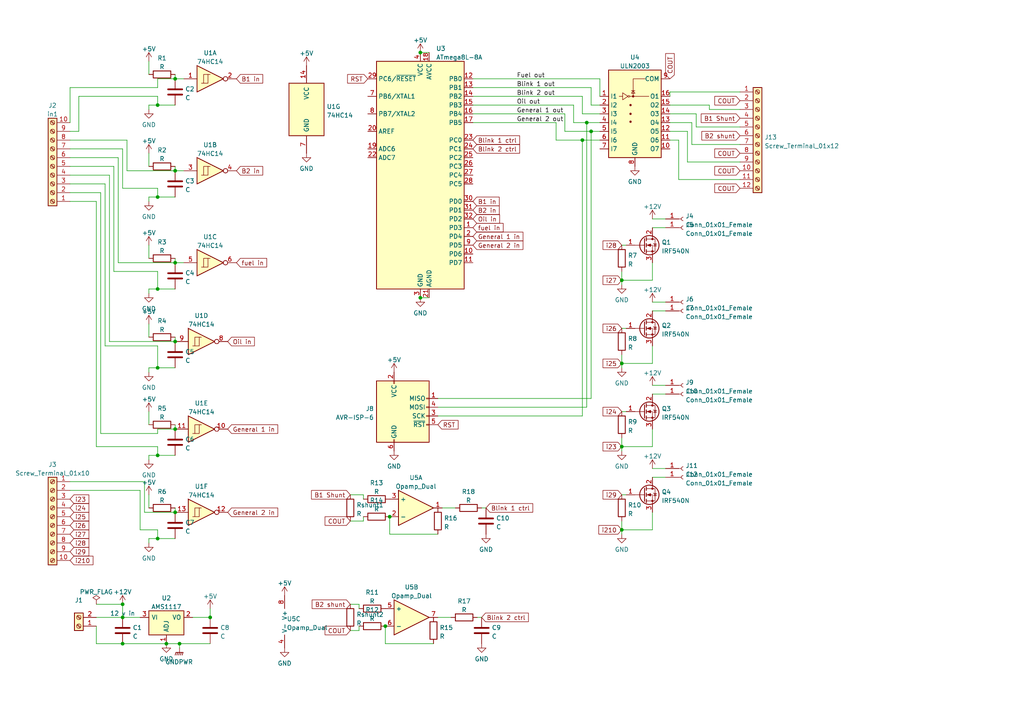
<source format=kicad_sch>
(kicad_sch (version 20211123) (generator eeschema)
  (paper "A4")
  (lib_symbols
    (symbol "74xx:74HC14" (pin_names (offset 1.016))
      (property "Reference" "U" (at 0 1.27 0))
      (property "Value" "74HC14" (at 0 -1.27 0))
      (symbol "74HC14_1_0"
        (pin input line (at -7.62 0 0) (length 3.81) (name "~") (number "1"))
        (pin output inverted (at 7.62 0 180) (length 3.81) (name "~") (number "2"))
      )
      (symbol "74HC14_2_0"
        (pin input line (at -7.62 0 0) (length 3.81) (name "~") (number "3"))
        (pin output inverted (at 7.62 0 180) (length 3.81) (name "~") (number "4"))
      )
      (symbol "74HC14_3_0"
        (pin input line (at -7.62 0 0) (length 3.81) (name "~") (number "5"))
        (pin output inverted (at 7.62 0 180) (length 3.81) (name "~") (number "6"))
      )
      (symbol "74HC14_4_0"
        (pin output inverted (at 7.62 0 180) (length 3.81) (name "~") (number "8"))
        (pin input line (at -7.62 0 0) (length 3.81) (name "~") (number "9"))
      )
      (symbol "74HC14_5_0"
        (pin output inverted (at 7.62 0 180) (length 3.81) (name "~") (number "10"))
        (pin input line (at -7.62 0 0) (length 3.81) (name "~") (number "11"))
      )
      (symbol "74HC14_6_0"
        (pin output inverted (at 7.62 0 180) (length 3.81) (name "~") (number "12"))
        (pin input line (at -7.62 0 0) (length 3.81) (name "~") (number "13"))
      )
      (symbol "74HC14_7_0"
        (pin power_in line (at 0 12.7 270) (length 5.08) (name "VCC") (number "14"))
        (pin power_in line (at 0 -12.7 90) (length 5.08) (name "GND") (number "7"))
      )
    )
    (symbol "Connector:AVR-ISP-6" (pin_names (offset 1.016))
      (property "Reference" "J" (at -6.35 11.43 0))
      (property "Value" "AVR-ISP-6" (at 0 11.43 0))
      (symbol "AVR-ISP-6_1_1"
        (pin passive line (at 10.16 5.08 180) (length 2.54) (name "MISO") (number "1"))
        (pin passive line (at -2.54 12.7 270) (length 2.54) (name "VCC") (number "2"))
        (pin passive line (at 10.16 0 180) (length 2.54) (name "SCK") (number "3"))
        (pin passive line (at 10.16 2.54 180) (length 2.54) (name "MOSI") (number "4"))
        (pin passive line (at 10.16 -2.54 180) (length 2.54) (name "~{RST}") (number "5"))
        (pin passive line (at -2.54 -10.16 90) (length 2.54) (name "GND") (number "6"))
      )
    )
    (symbol "Connector:Conn_01x01_Female" (pin_names (offset 1.016) hide)
      (property "Reference" "J" (at 0 2.54 0))
      (property "Value" "Conn_01x01_Female" (at 0 -2.54 0))
      (symbol "Conn_01x01_Female_1_1"
        (pin passive line (at -5.08 0 0) (length 3.81) (name "Pin_1") (number "1"))
      )
    )
    (symbol "Connector:Screw_Terminal_01x02" (pin_names (offset 1.016) hide)
      (property "Reference" "J" (at 0 2.54 0))
      (property "Value" "Screw_Terminal_01x02" (at 0 -5.08 0))
      (symbol "Screw_Terminal_01x02_1_1"
        (pin passive line (at -5.08 0 0) (length 3.81) (name "Pin_1") (number "1"))
        (pin passive line (at -5.08 -2.54 0) (length 3.81) (name "Pin_2") (number "2"))
      )
    )
    (symbol "Connector:Screw_Terminal_01x10" (pin_names (offset 1.016) hide)
      (property "Reference" "J" (at 0 12.7 0))
      (property "Value" "Screw_Terminal_01x10" (at 0 -15.24 0))
      (symbol "Screw_Terminal_01x10_1_1"
        (pin passive line (at -5.08 10.16 0) (length 3.81) (name "Pin_1") (number "1"))
        (pin passive line (at -5.08 -12.7 0) (length 3.81) (name "Pin_10") (number "10"))
        (pin passive line (at -5.08 7.62 0) (length 3.81) (name "Pin_2") (number "2"))
        (pin passive line (at -5.08 5.08 0) (length 3.81) (name "Pin_3") (number "3"))
        (pin passive line (at -5.08 2.54 0) (length 3.81) (name "Pin_4") (number "4"))
        (pin passive line (at -5.08 0 0) (length 3.81) (name "Pin_5") (number "5"))
        (pin passive line (at -5.08 -2.54 0) (length 3.81) (name "Pin_6") (number "6"))
        (pin passive line (at -5.08 -5.08 0) (length 3.81) (name "Pin_7") (number "7"))
        (pin passive line (at -5.08 -7.62 0) (length 3.81) (name "Pin_8") (number "8"))
        (pin passive line (at -5.08 -10.16 0) (length 3.81) (name "Pin_9") (number "9"))
      )
    )
    (symbol "Connector:Screw_Terminal_01x12" (pin_names (offset 1.016) hide)
      (property "Reference" "J" (at 0 15.24 0))
      (property "Value" "Screw_Terminal_01x12" (at 0 -17.78 0))
      (symbol "Screw_Terminal_01x12_1_1"
        (pin passive line (at -5.08 12.7 0) (length 3.81) (name "Pin_1") (number "1"))
        (pin passive line (at -5.08 -10.16 0) (length 3.81) (name "Pin_10") (number "10"))
        (pin passive line (at -5.08 -12.7 0) (length 3.81) (name "Pin_11") (number "11"))
        (pin passive line (at -5.08 -15.24 0) (length 3.81) (name "Pin_12") (number "12"))
        (pin passive line (at -5.08 10.16 0) (length 3.81) (name "Pin_2") (number "2"))
        (pin passive line (at -5.08 7.62 0) (length 3.81) (name "Pin_3") (number "3"))
        (pin passive line (at -5.08 5.08 0) (length 3.81) (name "Pin_4") (number "4"))
        (pin passive line (at -5.08 2.54 0) (length 3.81) (name "Pin_5") (number "5"))
        (pin passive line (at -5.08 0 0) (length 3.81) (name "Pin_6") (number "6"))
        (pin passive line (at -5.08 -2.54 0) (length 3.81) (name "Pin_7") (number "7"))
        (pin passive line (at -5.08 -5.08 0) (length 3.81) (name "Pin_8") (number "8"))
        (pin passive line (at -5.08 -7.62 0) (length 3.81) (name "Pin_9") (number "9"))
      )
    )
    (symbol "Device:C" (pin_numbers hide) (pin_names (offset 0.254))
      (property "Reference" "C" (at 0.635 2.54 0))
      (property "Value" "C" (at 0.635 -2.54 0))
      (symbol "C_1_1"
        (pin passive line (at 0 3.81 270) (length 2.794) (name "~") (number "1"))
        (pin passive line (at 0 -3.81 90) (length 2.794) (name "~") (number "2"))
      )
    )
    (symbol "Device:Opamp_Dual"
      (property "Reference" "U" (at 0 5.08 0))
      (property "Value" "Opamp_Dual" (at 0 -5.08 0))
      (symbol "Opamp_Dual_1_1"
        (pin output line (at 7.62 0 180) (length 2.54) (name "~") (number "1"))
        (pin input line (at -7.62 -2.54 0) (length 2.54) (name "-") (number "2"))
        (pin input line (at -7.62 2.54 0) (length 2.54) (name "+") (number "3"))
      )
      (symbol "Opamp_Dual_2_1"
        (pin input line (at -7.62 2.54 0) (length 2.54) (name "+") (number "5"))
        (pin input line (at -7.62 -2.54 0) (length 2.54) (name "-") (number "6"))
        (pin output line (at 7.62 0 180) (length 2.54) (name "~") (number "7"))
      )
      (symbol "Opamp_Dual_3_1"
        (pin power_in line (at -2.54 -7.62 90) (length 3.81) (name "V-") (number "4"))
        (pin power_in line (at -2.54 7.62 270) (length 3.81) (name "V+") (number "8"))
      )
    )
    (symbol "Device:R" (pin_numbers hide) (pin_names (offset 0))
      (property "Reference" "R" (at 2.032 0 90))
      (property "Value" "R" (at 0 0 90))
      (symbol "R_1_1"
        (pin passive line (at 0 3.81 270) (length 1.27) (name "~") (number "1"))
        (pin passive line (at 0 -3.81 90) (length 1.27) (name "~") (number "2"))
      )
    )
    (symbol "MCU_Microchip_ATmega:ATmega8L-8A"
      (property "Reference" "U" (at -12.7 34.29 0))
      (property "Value" "ATmega8L-8A" (at 5.08 -34.29 0))
      (symbol "ATmega8L-8A_1_1"
        (pin bidirectional line (at 15.24 -15.24 180) (length 2.54) (name "PD3") (number "1"))
        (pin bidirectional line (at 15.24 -22.86 180) (length 2.54) (name "PD6") (number "10"))
        (pin bidirectional line (at 15.24 -25.4 180) (length 2.54) (name "PD7") (number "11"))
        (pin bidirectional line (at 15.24 27.94 180) (length 2.54) (name "PB0") (number "12"))
        (pin bidirectional line (at 15.24 25.4 180) (length 2.54) (name "PB1") (number "13"))
        (pin bidirectional line (at 15.24 22.86 180) (length 2.54) (name "PB2") (number "14"))
        (pin bidirectional line (at 15.24 20.32 180) (length 2.54) (name "PB3") (number "15"))
        (pin bidirectional line (at 15.24 17.78 180) (length 2.54) (name "PB4") (number "16"))
        (pin bidirectional line (at 15.24 15.24 180) (length 2.54) (name "PB5") (number "17"))
        (pin power_in line (at 2.54 35.56 270) (length 2.54) (name "AVCC") (number "18"))
        (pin input line (at -15.24 7.62 0) (length 2.54) (name "ADC6") (number "19"))
        (pin bidirectional line (at 15.24 -17.78 180) (length 2.54) (name "PD4") (number "2"))
        (pin passive line (at -15.24 12.7 0) (length 2.54) (name "AREF") (number "20"))
        (pin power_in line (at 2.54 -35.56 90) (length 2.54) (name "AGND") (number "21"))
        (pin input line (at -15.24 5.08 0) (length 2.54) (name "ADC7") (number "22"))
        (pin bidirectional line (at 15.24 10.16 180) (length 2.54) (name "PC0") (number "23"))
        (pin bidirectional line (at 15.24 7.62 180) (length 2.54) (name "PC1") (number "24"))
        (pin bidirectional line (at 15.24 5.08 180) (length 2.54) (name "PC2") (number "25"))
        (pin bidirectional line (at 15.24 2.54 180) (length 2.54) (name "PC3") (number "26"))
        (pin bidirectional line (at 15.24 0 180) (length 2.54) (name "PC4") (number "27"))
        (pin bidirectional line (at 15.24 -2.54 180) (length 2.54) (name "PC5") (number "28"))
        (pin bidirectional line (at -15.24 27.94 0) (length 2.54) (name "PC6/~{RESET}") (number "29"))
        (pin power_in line (at 0 -35.56 90) (length 2.54) (name "GND") (number "3"))
        (pin bidirectional line (at 15.24 -7.62 180) (length 2.54) (name "PD0") (number "30"))
        (pin bidirectional line (at 15.24 -10.16 180) (length 2.54) (name "PD1") (number "31"))
        (pin bidirectional line (at 15.24 -12.7 180) (length 2.54) (name "PD2") (number "32"))
        (pin power_in line (at 0 35.56 270) (length 2.54) (name "VCC") (number "4"))
        (pin passive line (at 0 -35.56 90) (length 2.54) hide (name "GND") (number "5"))
        (pin passive line (at 0 35.56 270) (length 2.54) hide (name "VCC") (number "6"))
        (pin bidirectional line (at -15.24 22.86 0) (length 2.54) (name "PB6/XTAL1") (number "7"))
        (pin bidirectional line (at -15.24 17.78 0) (length 2.54) (name "PB7/XTAL2") (number "8"))
        (pin bidirectional line (at 15.24 -20.32 180) (length 2.54) (name "PD5") (number "9"))
      )
    )
    (symbol "Regulator_Linear:AMS1117" (pin_names (offset 0.762))
      (property "Reference" "U" (at -3.81 3.175 0))
      (property "Value" "AMS1117" (at 0 3.175 0))
      (symbol "AMS1117_1_1"
        (pin input line (at 0 -7.62 90) (length 2.54) (name "ADJ") (number "1"))
        (pin power_out line (at 7.62 0 180) (length 2.54) (name "VO") (number "2"))
        (pin power_in line (at -7.62 0 0) (length 2.54) (name "VI") (number "3"))
      )
    )
    (symbol "Transistor_Array:ULN2003"
      (property "Reference" "U" (at 0 15.875 0))
      (property "Value" "ULN2003" (at 0 13.97 0))
      (symbol "ULN2003_1_1"
        (pin input line (at -10.16 5.08 0) (length 2.54) (name "I1") (number "1"))
        (pin open_collector line (at 10.16 -10.16 180) (length 2.54) (name "O7") (number "10"))
        (pin open_collector line (at 10.16 -7.62 180) (length 2.54) (name "O6") (number "11"))
        (pin open_collector line (at 10.16 -5.08 180) (length 2.54) (name "O5") (number "12"))
        (pin open_collector line (at 10.16 -2.54 180) (length 2.54) (name "O4") (number "13"))
        (pin open_collector line (at 10.16 0 180) (length 2.54) (name "O3") (number "14"))
        (pin open_collector line (at 10.16 2.54 180) (length 2.54) (name "O2") (number "15"))
        (pin open_collector line (at 10.16 5.08 180) (length 2.54) (name "O1") (number "16"))
        (pin input line (at -10.16 2.54 0) (length 2.54) (name "I2") (number "2"))
        (pin input line (at -10.16 0 0) (length 2.54) (name "I3") (number "3"))
        (pin input line (at -10.16 -2.54 0) (length 2.54) (name "I4") (number "4"))
        (pin input line (at -10.16 -5.08 0) (length 2.54) (name "I5") (number "5"))
        (pin input line (at -10.16 -7.62 0) (length 2.54) (name "I6") (number "6"))
        (pin input line (at -10.16 -10.16 0) (length 2.54) (name "I7") (number "7"))
        (pin power_in line (at 0 -15.24 90) (length 2.54) (name "GND") (number "8"))
        (pin passive line (at 10.16 10.16 180) (length 2.54) (name "COM") (number "9"))
      )
    )
    (symbol "Transistor_FET:IRF540N" (pin_names hide)
      (property "Reference" "Q" (at 6.35 1.905 0))
      (property "Value" "IRF540N" (at 6.35 0 0))
      (symbol "IRF540N_1_1"
        (pin input line (at -5.08 0 0) (length 2.54) (name "G") (number "1"))
        (pin passive line (at 2.54 5.08 270) (length 2.54) (name "D") (number "2"))
        (pin passive line (at 2.54 -5.08 90) (length 2.54) (name "S") (number "3"))
      )
    )
    (symbol "power:+12V" (power) (pin_names (offset 0))
      (property "Value" "+12V" (at 0 3.556 0))
      (symbol "+12V_1_1"
        (pin power_in line (at 0 0 90) (length 0) hide (name "+12V") (number "1"))
      )
    )
    (symbol "power:+5V" (power) (pin_names (offset 0))
      (property "Value" "+5V" (at 0 3.556 0))
      (symbol "+5V_1_1"
        (pin power_in line (at 0 0 90) (length 0) hide (name "+5V") (number "1"))
      )
    )
    (symbol "power:GND" (power) (pin_names (offset 0))
      (property "Value" "GND" (at 0 -3.81 0))
      (symbol "GND_1_1"
        (pin power_in line (at 0 0 270) (length 0) hide (name "GND") (number "1"))
      )
    )
    (symbol "power:GNDPWR" (power) (pin_names (offset 0))
      (property "Value" "GNDPWR" (at 0 -3.302 0))
      (symbol "GNDPWR_1_1"
        (pin power_in line (at 0 0 270) (length 0) hide (name "GNDPWR") (number "1"))
      )
    )
    (symbol "power:PWR_FLAG" (power) (pin_numbers hide) (pin_names (offset 0) hide)
      (property "Value" "PWR_FLAG" (at 0 3.81 0))
      (symbol "PWR_FLAG_0_0"
        (pin power_out line (at 0 0 90) (length 0) (name "pwr") (number "1"))
      )
    )
  )
  (junction (at 45.72 106.68))
  (junction (at 35.56 175.26))
  (junction (at 180.34 105.41))
  (junction (at 180.34 153.67))
  (junction (at 52.07 186.69))
  (junction (at 168.91 40.64))
  (junction (at 171.45 38.1))
  (junction (at 121.92 86.36))
  (junction (at 35.56 186.69))
  (junction (at 50.8 124.46))
  (junction (at 45.72 57.15))
  (junction (at 60.96 179.07))
  (junction (at 121.92 15.24))
  (junction (at 50.8 148.59))
  (junction (at 45.72 30.48))
  (junction (at 35.56 179.07))
  (junction (at 111.76 181.61))
  (junction (at 50.8 22.86))
  (junction (at 45.72 83.82))
  (junction (at 50.8 76.2))
  (junction (at 50.8 99.06))
  (junction (at 45.72 132.08))
  (junction (at 45.72 156.21))
  (junction (at 170.18 35.56))
  (junction (at 113.03 149.86))
  (junction (at 50.8 49.53))
  (junction (at 180.34 81.28))
  (junction (at 180.34 129.54))
  (junction (at 48.26 186.69))
  (wire (pts (xy 31.75 99.06) (xy 31.75 50.8)))
  (wire (pts (xy 40.64 142.24) (xy 40.64 153.67)))
  (wire (pts (xy 45.72 78.74) (xy 45.72 83.82)))
  (wire (pts (xy 101.6 175.26) (xy 104.14 175.26)))
  (wire (pts (xy 104.14 175.26) (xy 104.14 176.53)))
  (wire (pts (xy 137.16 22.86) (xy 173.99 22.86)))
  (wire (pts (xy 105.41 143.51) (xy 105.41 144.78)))
  (wire (pts (xy 27.94 186.69) (xy 35.56 186.69)))
  (wire (pts (xy 45.72 156.21) (xy 50.8 156.21)))
  (wire (pts (xy 171.45 25.4) (xy 171.45 30.48)))
  (wire (pts (xy 45.72 125.73) (xy 45.72 124.46)))
  (wire (pts (xy 189.23 105.41) (xy 189.23 100.33)))
  (wire (pts (xy 194.31 30.48) (xy 205.74 30.48)))
  (wire (pts (xy 43.18 31.75) (xy 43.18 30.48)))
  (wire (pts (xy 43.18 133.35) (xy 43.18 132.08)))
  (wire (pts (xy 40.64 153.67) (xy 45.72 153.67)))
  (wire (pts (xy 127 120.65) (xy 168.91 120.65)))
  (wire (pts (xy 180.34 105.41) (xy 189.23 105.41)))
  (wire (pts (xy 45.72 25.4) (xy 20.32 25.4)))
  (wire (pts (xy 20.32 48.26) (xy 33.02 48.26)))
  (wire (pts (xy 166.37 30.48) (xy 166.37 35.56)))
  (wire (pts (xy 31.75 99.06) (xy 50.8 99.06)))
  (wire (pts (xy 111.76 186.69) (xy 125.73 186.69)))
  (wire (pts (xy 29.21 55.88) (xy 20.32 55.88)))
  (wire (pts (xy 50.8 147.32) (xy 50.8 148.59)))
  (wire (pts (xy 199.39 46.99) (xy 214.63 46.99)))
  (wire (pts (xy 189.23 87.63) (xy 193.04 87.63)))
  (wire (pts (xy 194.31 27.94) (xy 194.31 26.67)))
  (wire (pts (xy 45.72 27.94) (xy 45.72 30.48)))
  (wire (pts (xy 45.72 124.46) (xy 50.8 124.46)))
  (wire (pts (xy 189.23 129.54) (xy 189.23 124.46)))
  (wire (pts (xy 127 115.57) (xy 171.45 115.57)))
  (wire (pts (xy 171.45 38.1) (xy 173.99 38.1)))
  (wire (pts (xy 31.75 50.8) (xy 20.32 50.8)))
  (wire (pts (xy 180.34 127) (xy 180.34 129.54)))
  (wire (pts (xy 194.31 35.56) (xy 200.66 35.56)))
  (wire (pts (xy 60.96 176.53) (xy 60.96 179.07)))
  (wire (pts (xy 45.72 25.4) (xy 45.72 22.86)))
  (wire (pts (xy 168.91 27.94) (xy 168.91 33.02)))
  (wire (pts (xy 36.83 49.53) (xy 36.83 40.64)))
  (wire (pts (xy 50.8 21.59) (xy 50.8 22.86)))
  (wire (pts (xy 180.34 71.12) (xy 181.61 71.12)))
  (wire (pts (xy 45.72 125.73) (xy 29.21 125.73)))
  (wire (pts (xy 35.56 43.18) (xy 35.56 54.61)))
  (wire (pts (xy 29.21 125.73) (xy 29.21 55.88)))
  (wire (pts (xy 43.18 44.45) (xy 43.18 48.26)))
  (wire (pts (xy 189.23 138.43) (xy 193.04 138.43)))
  (wire (pts (xy 194.31 33.02) (xy 201.93 33.02)))
  (wire (pts (xy 189.23 153.67) (xy 189.23 148.59)))
  (wire (pts (xy 20.32 139.7) (xy 41.91 139.7)))
  (wire (pts (xy 194.31 40.64) (xy 196.85 40.64)))
  (wire (pts (xy 111.76 181.61) (xy 111.76 186.69)))
  (wire (pts (xy 34.29 76.2) (xy 34.29 45.72)))
  (wire (pts (xy 41.91 148.59) (xy 50.8 148.59)))
  (wire (pts (xy 52.07 186.69) (xy 60.96 186.69)))
  (wire (pts (xy 45.72 57.15) (xy 50.8 57.15)))
  (wire (pts (xy 101.6 182.88) (xy 104.14 182.88)))
  (wire (pts (xy 43.18 58.42) (xy 43.18 57.15)))
  (wire (pts (xy 101.6 143.51) (xy 105.41 143.51)))
  (wire (pts (xy 43.18 83.82) (xy 45.72 83.82)))
  (wire (pts (xy 50.8 49.53) (xy 53.34 49.53)))
  (wire (pts (xy 20.32 142.24) (xy 40.64 142.24)))
  (wire (pts (xy 127 179.07) (xy 130.81 179.07)))
  (wire (pts (xy 43.18 57.15) (xy 45.72 57.15)))
  (wire (pts (xy 113.03 149.86) (xy 113.03 154.94)))
  (wire (pts (xy 45.72 106.68) (xy 50.8 106.68)))
  (wire (pts (xy 180.34 129.54) (xy 180.34 130.81)))
  (wire (pts (xy 105.41 151.13) (xy 105.41 149.86)))
  (wire (pts (xy 45.72 22.86) (xy 50.8 22.86)))
  (wire (pts (xy 180.34 81.28) (xy 189.23 81.28)))
  (wire (pts (xy 205.74 30.48) (xy 205.74 31.75)))
  (wire (pts (xy 50.8 76.2) (xy 53.34 76.2)))
  (wire (pts (xy 27.94 175.26) (xy 35.56 175.26)))
  (wire (pts (xy 45.72 153.67) (xy 45.72 156.21)))
  (wire (pts (xy 22.86 27.94) (xy 22.86 38.1)))
  (wire (pts (xy 43.18 93.98) (xy 43.18 97.79)))
  (wire (pts (xy 137.16 35.56) (xy 161.29 35.56)))
  (wire (pts (xy 101.6 151.13) (xy 105.41 151.13)))
  (wire (pts (xy 163.83 33.02) (xy 163.83 38.1)))
  (wire (pts (xy 200.66 41.91) (xy 214.63 41.91)))
  (wire (pts (xy 205.74 31.75) (xy 214.63 31.75)))
  (wire (pts (xy 35.56 175.26) (xy 35.56 179.07)))
  (wire (pts (xy 41.91 139.7) (xy 41.91 148.59)))
  (wire (pts (xy 189.23 114.3) (xy 193.04 114.3)))
  (wire (pts (xy 50.8 97.79) (xy 50.8 99.06)))
  (wire (pts (xy 168.91 40.64) (xy 173.99 40.64)))
  (wire (pts (xy 180.34 119.38) (xy 181.61 119.38)))
  (wire (pts (xy 27.94 179.07) (xy 35.56 179.07)))
  (wire (pts (xy 180.34 153.67) (xy 180.34 154.94)))
  (wire (pts (xy 33.02 78.74) (xy 45.72 78.74)))
  (wire (pts (xy 27.94 181.61) (xy 27.94 186.69)))
  (wire (pts (xy 200.66 35.56) (xy 200.66 41.91)))
  (wire (pts (xy 43.18 156.21) (xy 45.72 156.21)))
  (wire (pts (xy 20.32 58.42) (xy 27.94 58.42)))
  (wire (pts (xy 43.18 71.12) (xy 43.18 74.93)))
  (wire (pts (xy 50.8 22.86) (xy 53.34 22.86)))
  (wire (pts (xy 45.72 132.08) (xy 50.8 132.08)))
  (wire (pts (xy 180.34 129.54) (xy 189.23 129.54)))
  (wire (pts (xy 171.45 115.57) (xy 171.45 38.1)))
  (wire (pts (xy 180.34 81.28) (xy 180.34 82.55)))
  (wire (pts (xy 43.18 132.08) (xy 45.72 132.08)))
  (wire (pts (xy 50.8 123.19) (xy 50.8 124.46)))
  (wire (pts (xy 45.72 30.48) (xy 50.8 30.48)))
  (wire (pts (xy 34.29 45.72) (xy 20.32 45.72)))
  (wire (pts (xy 43.18 119.38) (xy 43.18 123.19)))
  (wire (pts (xy 180.34 143.51) (xy 181.61 143.51)))
  (wire (pts (xy 43.18 30.48) (xy 45.72 30.48)))
  (wire (pts (xy 43.18 107.95) (xy 43.18 106.68)))
  (wire (pts (xy 194.31 26.67) (xy 214.63 26.67)))
  (wire (pts (xy 189.23 66.04) (xy 193.04 66.04)))
  (wire (pts (xy 189.23 81.28) (xy 189.23 76.2)))
  (wire (pts (xy 180.34 78.74) (xy 180.34 81.28)))
  (wire (pts (xy 168.91 33.02) (xy 173.99 33.02)))
  (wire (pts (xy 20.32 25.4) (xy 20.32 35.56)))
  (wire (pts (xy 50.8 74.93) (xy 50.8 76.2)))
  (wire (pts (xy 121.92 15.24) (xy 124.46 15.24)))
  (wire (pts (xy 43.18 143.51) (xy 43.18 147.32)))
  (wire (pts (xy 194.31 38.1) (xy 199.39 38.1)))
  (wire (pts (xy 113.03 154.94) (xy 127 154.94)))
  (wire (pts (xy 201.93 36.83) (xy 214.63 36.83)))
  (wire (pts (xy 27.94 58.42) (xy 27.94 129.54)))
  (wire (pts (xy 34.29 76.2) (xy 50.8 76.2)))
  (wire (pts (xy 161.29 40.64) (xy 168.91 40.64)))
  (wire (pts (xy 170.18 118.11) (xy 170.18 35.56)))
  (wire (pts (xy 45.72 100.33) (xy 45.72 106.68)))
  (wire (pts (xy 20.32 43.18) (xy 35.56 43.18)))
  (wire (pts (xy 196.85 40.64) (xy 196.85 52.07)))
  (wire (pts (xy 43.18 157.48) (xy 43.18 156.21)))
  (wire (pts (xy 180.34 105.41) (xy 180.34 106.68)))
  (wire (pts (xy 104.14 182.88) (xy 104.14 181.61)))
  (wire (pts (xy 180.34 102.87) (xy 180.34 105.41)))
  (wire (pts (xy 166.37 35.56) (xy 170.18 35.56)))
  (wire (pts (xy 127 118.11) (xy 170.18 118.11)))
  (wire (pts (xy 30.48 100.33) (xy 30.48 53.34)))
  (wire (pts (xy 137.16 27.94) (xy 168.91 27.94)))
  (wire (pts (xy 138.43 179.07) (xy 139.7 179.07)))
  (wire (pts (xy 36.83 40.64) (xy 20.32 40.64)))
  (wire (pts (xy 128.27 147.32) (xy 132.08 147.32)))
  (wire (pts (xy 55.88 179.07) (xy 60.96 179.07)))
  (wire (pts (xy 36.83 49.53) (xy 50.8 49.53)))
  (wire (pts (xy 139.7 147.32) (xy 140.97 147.32)))
  (wire (pts (xy 43.18 106.68) (xy 45.72 106.68)))
  (wire (pts (xy 189.23 63.5) (xy 193.04 63.5)))
  (wire (pts (xy 163.83 38.1) (xy 171.45 38.1)))
  (wire (pts (xy 201.93 33.02) (xy 201.93 36.83)))
  (wire (pts (xy 43.18 17.78) (xy 43.18 21.59)))
  (wire (pts (xy 45.72 54.61) (xy 45.72 57.15)))
  (wire (pts (xy 189.23 135.89) (xy 193.04 135.89)))
  (wire (pts (xy 199.39 38.1) (xy 199.39 46.99)))
  (wire (pts (xy 35.56 179.07) (xy 40.64 179.07)))
  (wire (pts (xy 171.45 30.48) (xy 173.99 30.48)))
  (wire (pts (xy 45.72 27.94) (xy 22.86 27.94)))
  (wire (pts (xy 35.56 186.69) (xy 48.26 186.69)))
  (wire (pts (xy 22.86 38.1) (xy 20.32 38.1)))
  (wire (pts (xy 168.91 120.65) (xy 168.91 40.64)))
  (wire (pts (xy 52.07 186.69) (xy 52.07 187.96)))
  (wire (pts (xy 27.94 129.54) (xy 45.72 129.54)))
  (wire (pts (xy 137.16 25.4) (xy 171.45 25.4)))
  (wire (pts (xy 137.16 33.02) (xy 163.83 33.02)))
  (wire (pts (xy 180.34 151.13) (xy 180.34 153.67)))
  (wire (pts (xy 43.18 85.09) (xy 43.18 83.82)))
  (wire (pts (xy 45.72 100.33) (xy 30.48 100.33)))
  (wire (pts (xy 33.02 48.26) (xy 33.02 78.74)))
  (wire (pts (xy 189.23 111.76) (xy 193.04 111.76)))
  (wire (pts (xy 35.56 54.61) (xy 45.72 54.61)))
  (wire (pts (xy 45.72 83.82) (xy 50.8 83.82)))
  (wire (pts (xy 173.99 22.86) (xy 173.99 27.94)))
  (wire (pts (xy 121.92 86.36) (xy 124.46 86.36)))
  (wire (pts (xy 170.18 35.56) (xy 173.99 35.56)))
  (wire (pts (xy 45.72 129.54) (xy 45.72 132.08)))
  (wire (pts (xy 50.8 48.26) (xy 50.8 49.53)))
  (wire (pts (xy 214.63 52.07) (xy 196.85 52.07)))
  (wire (pts (xy 161.29 35.56) (xy 161.29 40.64)))
  (wire (pts (xy 189.23 90.17) (xy 193.04 90.17)))
  (wire (pts (xy 137.16 30.48) (xy 166.37 30.48)))
  (wire (pts (xy 180.34 153.67) (xy 189.23 153.67)))
  (wire (pts (xy 48.26 186.69) (xy 52.07 186.69)))
  (wire (pts (xy 30.48 53.34) (xy 20.32 53.34)))
  (wire (pts (xy 180.34 95.25) (xy 181.61 95.25)))
  (label "Fuel out" (at 149.86 22.86 0))
  (label "Blink 2 out" (at 149.86 27.94 0))
  (label "Blink 1 out" (at 149.86 25.4 0))
  (label "General 1 out" (at 149.86 33.02 0))
  (label "Oil out" (at 149.86 30.48 0))
  (label "General 2 out" (at 149.86 35.56 0))
  (global_label "i28" (shape input) (at 20.32 157.48 0) (property "Intersheet References" "${INTERSHEET_REFS}" (effects hide)))
  (global_label "B1 Shunt" (shape input) (at 214.63 34.29 180) (property "Intersheet References" "${INTERSHEET_REFS}" (effects hide)))
  (global_label "RST" (shape input) (at 106.68 22.86 180) (property "Intersheet References" "${INTERSHEET_REFS}" (effects hide)))
  (global_label "fuel in" (shape input) (at 137.16 66.04 0) (property "Intersheet References" "${INTERSHEET_REFS}" (effects hide)))
  (global_label "i29" (shape input) (at 20.32 160.02 0) (property "Intersheet References" "${INTERSHEET_REFS}" (effects hide)))
  (global_label "Blink 2 ctrl" (shape input) (at 139.7 179.07 0) (property "Intersheet References" "${INTERSHEET_REFS}" (effects hide)))
  (global_label "COUT" (shape input) (at 194.31 22.86 90) (property "Intersheet References" "${INTERSHEET_REFS}" (effects hide)))
  (global_label "i23" (shape input) (at 180.34 129.54 180) (property "Intersheet References" "${INTERSHEET_REFS}" (effects hide)))
  (global_label "B2 shunt" (shape input) (at 214.63 39.37 180) (property "Intersheet References" "${INTERSHEET_REFS}" (effects hide)))
  (global_label "RST" (shape input) (at 127 123.19 0) (property "Intersheet References" "${INTERSHEET_REFS}" (effects hide)))
  (global_label "i23" (shape input) (at 20.32 144.78 0) (property "Intersheet References" "${INTERSHEET_REFS}" (effects hide)))
  (global_label "Oil in" (shape input) (at 66.04 99.06 0) (property "Intersheet References" "${INTERSHEET_REFS}" (effects hide)))
  (global_label "COUT" (shape input) (at 101.6 182.88 180) (property "Intersheet References" "${INTERSHEET_REFS}" (effects hide)))
  (global_label "COUT" (shape input) (at 214.63 49.53 180) (property "Intersheet References" "${INTERSHEET_REFS}" (effects hide)))
  (global_label "i210" (shape input) (at 180.34 153.67 180) (property "Intersheet References" "${INTERSHEET_REFS}" (effects hide)))
  (global_label "B2 in" (shape input) (at 68.58 49.53 0) (property "Intersheet References" "${INTERSHEET_REFS}" (effects hide)))
  (global_label "Blink 1 ctrl" (shape input) (at 140.97 147.32 0) (property "Intersheet References" "${INTERSHEET_REFS}" (effects hide)))
  (global_label "i25" (shape input) (at 20.32 149.86 0) (property "Intersheet References" "${INTERSHEET_REFS}" (effects hide)))
  (global_label "i27" (shape input) (at 20.32 154.94 0) (property "Intersheet References" "${INTERSHEET_REFS}" (effects hide)))
  (global_label "i26" (shape input) (at 180.34 95.25 180) (property "Intersheet References" "${INTERSHEET_REFS}" (effects hide)))
  (global_label "COUT" (shape input) (at 214.63 29.21 180) (property "Intersheet References" "${INTERSHEET_REFS}" (effects hide)))
  (global_label "i25" (shape input) (at 180.34 105.41 180) (property "Intersheet References" "${INTERSHEET_REFS}" (effects hide)))
  (global_label "B1 in" (shape input) (at 68.58 22.86 0) (property "Intersheet References" "${INTERSHEET_REFS}" (effects hide)))
  (global_label "B2 in" (shape input) (at 137.16 60.96 0) (property "Intersheet References" "${INTERSHEET_REFS}" (effects hide)))
  (global_label "i27" (shape input) (at 180.34 81.28 180) (property "Intersheet References" "${INTERSHEET_REFS}" (effects hide)))
  (global_label "B1 in" (shape input) (at 137.16 58.42 0) (property "Intersheet References" "${INTERSHEET_REFS}" (effects hide)))
  (global_label "Oil in" (shape input) (at 137.16 63.5 0) (property "Intersheet References" "${INTERSHEET_REFS}" (effects hide)))
  (global_label "i24" (shape input) (at 180.34 119.38 180) (property "Intersheet References" "${INTERSHEET_REFS}" (effects hide)))
  (global_label "COUT" (shape input) (at 214.63 44.45 180) (property "Intersheet References" "${INTERSHEET_REFS}" (effects hide)))
  (global_label "COUT" (shape input) (at 101.6 151.13 180) (property "Intersheet References" "${INTERSHEET_REFS}" (effects hide)))
  (global_label "General 1 in" (shape input) (at 137.16 68.58 0) (property "Intersheet References" "${INTERSHEET_REFS}" (effects hide)))
  (global_label "Blink 1 ctrl" (shape input) (at 137.16 40.64 0) (property "Intersheet References" "${INTERSHEET_REFS}" (effects hide)))
  (global_label "Blink 2 ctrl" (shape input) (at 137.16 43.18 0) (property "Intersheet References" "${INTERSHEET_REFS}" (effects hide)))
  (global_label "i24" (shape input) (at 20.32 147.32 0) (property "Intersheet References" "${INTERSHEET_REFS}" (effects hide)))
  (global_label "General 2 in" (shape input) (at 66.04 148.59 0) (property "Intersheet References" "${INTERSHEET_REFS}" (effects hide)))
  (global_label "B2 shunt" (shape input) (at 101.6 175.26 180) (property "Intersheet References" "${INTERSHEET_REFS}" (effects hide)))
  (global_label "i28" (shape input) (at 180.34 71.12 180) (property "Intersheet References" "${INTERSHEET_REFS}" (effects hide)))
  (global_label "fuel in" (shape input) (at 68.58 76.2 0) (property "Intersheet References" "${INTERSHEET_REFS}" (effects hide)))
  (global_label "General 1 in" (shape input) (at 66.04 124.46 0) (property "Intersheet References" "${INTERSHEET_REFS}" (effects hide)))
  (global_label "i210" (shape input) (at 20.32 162.56 0) (property "Intersheet References" "${INTERSHEET_REFS}" (effects hide)))
  (global_label "COUT" (shape input) (at 214.63 54.61 180) (property "Intersheet References" "${INTERSHEET_REFS}" (effects hide)))
  (global_label "B1 Shunt" (shape input) (at 101.6 143.51 180) (property "Intersheet References" "${INTERSHEET_REFS}" (effects hide)))
  (global_label "i26" (shape input) (at 20.32 152.4 0) (property "Intersheet References" "${INTERSHEET_REFS}" (effects hide)))
  (global_label "i29" (shape input) (at 180.34 143.51 180) (property "Intersheet References" "${INTERSHEET_REFS}" (effects hide)))
  (global_label "General 2 in" (shape input) (at 137.16 71.12 0) (property "Intersheet References" "${INTERSHEET_REFS}" (effects hide)))
  (symbol (lib_id "Device:C") (at 50.8 128.27 0) (unit 1)
    (property "Reference" "C6" (at 53.721 127.4353 0) (effects (justify left)))
    (property "Value" "C" (at 53.721 129.9722 0) (effects (justify left)))
    (property "Footprint" "Capacitor_SMD:C_1206_3216Metric" (effects hide))
  )
  (symbol (lib_id "Device:R") (at 101.6 179.07 0) (unit 1)
    (property "Reference" "Rshunt2" (at 103.378 178.2353 0) (effects (justify left)))
    (property "Value" "R" (at 103.378 180.7722 0) (effects (justify left)))
    (property "Footprint" "Resistor_SMD:R_1206_3216Metric" (effects hide))
  )
  (symbol (lib_id "Connector:Screw_Terminal_01x12") (at 219.71 39.37 0) (unit 1)
    (property "Reference" "J13" (at 221.742 39.8053 0) (effects (justify left)))
    (property "Value" "Screw_Terminal_01x12" (at 221.742 42.3422 0) (effects (justify left)))
    (property "Footprint" "TerminalBlock_Phoenix:TerminalBlock_Phoenix_MPT-0,5-12-2.54_1x12_P2.54mm_Horizontal" (effects hide))
  )
  (symbol (lib_id "power:+12V") (at 189.23 63.5 0) (unit 1)
    (property "Reference" "#PWR027" (effects hide))
    (property "Value" "+12V" (at 189.23 59.9242 0))
  )
  (symbol (lib_id "Device:R") (at 46.99 123.19 270) (unit 1)
    (property "Reference" "R5" (at 46.99 118.4742 90))
    (property "Value" "R" (at 46.99 121.0111 90))
    (property "Footprint" "Resistor_SMD:R_1206_3216Metric" (effects hide))
  )
  (symbol (lib_id "Device:C") (at 140.97 151.13 0) (unit 1)
    (property "Reference" "C10" (at 143.891 150.2953 0) (effects (justify left)))
    (property "Value" "C" (at 143.891 152.8322 0) (effects (justify left)))
    (property "Footprint" "Capacitor_SMD:C_1206_3216Metric" (effects hide))
  )
  (symbol (lib_id "power:+12V") (at 35.56 175.26 0) (unit 1)
    (property "Reference" "#PWR03" (effects hide))
    (property "Value" "+12V" (at 35.56 171.6842 0))
  )
  (symbol (lib_id "power:+5V") (at 121.92 15.24 0) (unit 1)
    (property "Reference" "#PWR0101" (effects hide))
    (property "Value" "+5V" (at 121.92 11.6642 0))
  )
  (symbol (lib_id "Device:Opamp_Dual") (at 120.65 147.32 0) (unit 1)
    (property "Reference" "U5" (at 120.65 138.5402 0))
    (property "Value" "Opamp_Dual" (at 120.65 141.0771 0))
    (property "Footprint" "Package_SO:SOIC-8_3.9x4.9mm_P1.27mm" (effects hide))
  )
  (symbol (lib_id "Device:C") (at 139.7 182.88 0) (unit 1)
    (property "Reference" "C9" (at 142.621 182.0453 0) (effects (justify left)))
    (property "Value" "C" (at 142.621 184.5822 0) (effects (justify left)))
    (property "Footprint" "Capacitor_SMD:C_1206_3216Metric" (effects hide))
  )
  (symbol (lib_id "power:+12V") (at 189.23 135.89 0) (unit 1)
    (property "Reference" "#PWR030" (effects hide))
    (property "Value" "+12V" (at 189.23 132.3142 0))
  )
  (symbol (lib_id "Device:R") (at 180.34 99.06 0) (unit 1)
    (property "Reference" "R8" (at 182.118 98.2253 0) (effects (justify left)))
    (property "Value" "R" (at 182.118 100.7622 0) (effects (justify left)))
    (property "Footprint" "Resistor_SMD:R_1206_3216Metric" (effects hide))
  )
  (symbol (lib_id "power:GND") (at 43.18 107.95 0) (unit 1)
    (property "Reference" "#PWR011" (effects hide))
    (property "Value" "GND" (at 43.18 112.3934 0))
  )
  (symbol (lib_id "power:GND") (at 184.15 48.26 0) (unit 1)
    (property "Reference" "#PWR0102" (effects hide))
    (property "Value" "GND" (at 184.15 52.7034 0))
  )
  (symbol (lib_id "Device:C") (at 35.56 182.88 0) (unit 1)
    (property "Reference" "C1" (at 38.481 182.0453 0) (effects (justify left)))
    (property "Value" "C" (at 38.481 184.5822 0) (effects (justify left)))
    (property "Footprint" "Capacitor_SMD:C_1206_3216Metric" (effects hide))
  )
  (symbol (lib_id "Device:C") (at 50.8 102.87 0) (unit 1)
    (property "Reference" "C5" (at 53.721 102.0353 0) (effects (justify left)))
    (property "Value" "C" (at 53.721 104.5722 0) (effects (justify left)))
    (property "Footprint" "Capacitor_SMD:C_1206_3216Metric" (effects hide))
  )
  (symbol (lib_id "Connector:AVR-ISP-6") (at 116.84 120.65 0) (unit 1)
    (property "Reference" "J8" (at 108.4581 118.5453 0) (effects (justify right)))
    (property "Value" "AVR-ISP-6" (at 108.4581 121.0822 0) (effects (justify right)))
    (property "Footprint" "Connector_IDC:IDC-Header_2x03_P2.54mm_Vertical" (effects hide))
    (property "Datasheet" " ~" (effects hide))
  )
  (symbol (lib_id "power:GNDPWR") (at 52.07 187.96 0) (unit 1)
    (property "Reference" "#PWR017" (effects hide))
    (property "Value" "GNDPWR" (at 51.943 191.997 0))
  )
  (symbol (lib_id "power:GND") (at 48.26 186.69 0) (unit 1)
    (property "Reference" "#PWR016" (effects hide))
    (property "Value" "GND" (at 48.26 191.1334 0))
  )
  (symbol (lib_id "power:GND") (at 121.92 86.36 0) (unit 1)
    (property "Reference" "#PWR021" (effects hide))
    (property "Value" "GND" (at 121.92 90.8034 0))
  )
  (symbol (lib_id "power:GND") (at 43.18 157.48 0) (unit 1)
    (property "Reference" "#PWR015" (effects hide))
    (property "Value" "GND" (at 43.18 161.9234 0))
  )
  (symbol (lib_id "74xx:74HC14") (at 58.42 148.59 0) (unit 6)
    (property "Reference" "U1" (at 58.42 141.0802 0))
    (property "Value" "74HC14" (at 58.42 143.6171 0))
    (property "Footprint" "Package_SO:SO-14_5.3x10.2mm_P1.27mm" (effects hide))
    (property "Datasheet" "http://www.ti.com/lit/gpn/sn74HC14" (effects hide))
  )
  (symbol (lib_id "Device:C") (at 50.8 80.01 0) (unit 1)
    (property "Reference" "C4" (at 53.721 79.1753 0) (effects (justify left)))
    (property "Value" "C" (at 53.721 81.7122 0) (effects (justify left)))
    (property "Footprint" "Capacitor_SMD:C_1206_3216Metric" (effects hide))
  )
  (symbol (lib_id "power:+5V") (at 43.18 143.51 0) (unit 1)
    (property "Reference" "#PWR014" (effects hide))
    (property "Value" "+5V" (at 43.18 139.9342 0))
  )
  (symbol (lib_id "power:+5V") (at 43.18 17.78 0) (unit 1)
    (property "Reference" "#PWR04" (effects hide))
    (property "Value" "+5V" (at 43.18 14.2042 0))
  )
  (symbol (lib_id "Device:R") (at 109.22 144.78 270) (unit 1)
    (property "Reference" "R13" (at 109.22 140.0642 90))
    (property "Value" "R" (at 109.22 142.6011 90))
    (property "Footprint" "Resistor_SMD:R_1206_3216Metric" (effects hide))
  )
  (symbol (lib_id "74xx:74HC14") (at 60.96 49.53 0) (unit 2)
    (property "Reference" "U1" (at 60.96 42.0202 0))
    (property "Value" "74HC14" (at 60.96 44.5571 0))
    (property "Footprint" "Package_SO:SO-14_5.3x10.2mm_P1.27mm" (effects hide))
    (property "Datasheet" "http://www.ti.com/lit/gpn/sn74HC14" (effects hide))
  )
  (symbol (lib_id "Connector:Conn_01x01_Female") (at 198.12 87.63 0) (unit 1)
    (property "Reference" "J6" (at 198.8312 86.7953 0) (effects (justify left)))
    (property "Value" "Conn_01x01_Female" (at 198.8312 89.3322 0) (effects (justify left)))
    (property "Footprint" "Connector_Pin:Pin_D1.0mm_L10.0mm_LooseFit" (effects hide))
  )
  (symbol (lib_id "power:+5V") (at 43.18 71.12 0) (unit 1)
    (property "Reference" "#PWR08" (effects hide))
    (property "Value" "+5V" (at 43.18 67.5442 0))
  )
  (symbol (lib_id "Device:R") (at 107.95 176.53 270) (unit 1)
    (property "Reference" "R11" (at 107.95 171.8142 90))
    (property "Value" "R" (at 107.95 174.3511 90))
    (property "Footprint" "Resistor_SMD:R_1206_3216Metric" (effects hide))
  )
  (symbol (lib_id "power:GND") (at 180.34 154.94 0) (unit 1)
    (property "Reference" "#PWR026" (effects hide))
    (property "Value" "GND" (at 180.34 159.3834 0))
  )
  (symbol (lib_id "power:GND") (at 82.55 187.96 0) (unit 1)
    (property "Reference" "#PWR0105" (effects hide))
    (property "Value" "GND" (at 82.55 192.4034 0))
  )
  (symbol (lib_id "power:GND") (at 43.18 133.35 0) (unit 1)
    (property "Reference" "#PWR013" (effects hide))
    (property "Value" "GND" (at 43.18 137.7934 0))
  )
  (symbol (lib_id "Device:R") (at 127 151.13 0) (unit 1)
    (property "Reference" "R16" (at 128.778 150.2953 0) (effects (justify left)))
    (property "Value" "R" (at 128.778 152.8322 0) (effects (justify left)))
    (property "Footprint" "Resistor_SMD:R_1206_3216Metric" (effects hide))
  )
  (symbol (lib_id "power:+5V") (at 43.18 93.98 0) (unit 1)
    (property "Reference" "#PWR010" (effects hide))
    (property "Value" "+5V" (at 43.18 90.4042 0))
  )
  (symbol (lib_id "Transistor_FET:IRF540N") (at 186.69 95.25 0) (unit 1)
    (property "Reference" "Q2" (at 191.897 94.4153 0) (effects (justify left)))
    (property "Value" "IRF540N" (at 191.897 96.9522 0) (effects (justify left)))
    (property "Footprint" "Package_TO_SOT_THT:TO-220-3_Vertical" (effects hide))
    (property "Datasheet" "http://www.irf.com/product-info/datasheets/data/irf540n.pdf" (effects hide))
  )
  (symbol (lib_id "Device:R") (at 125.73 182.88 0) (unit 1)
    (property "Reference" "R15" (at 127.508 182.0453 0) (effects (justify left)))
    (property "Value" "R" (at 127.508 184.5822 0) (effects (justify left)))
    (property "Footprint" "Resistor_SMD:R_1206_3216Metric" (effects hide))
  )
  (symbol (lib_id "power:GND") (at 140.97 154.94 0) (unit 1)
    (property "Reference" "#PWR0104" (effects hide))
    (property "Value" "GND" (at 140.97 159.3834 0))
  )
  (symbol (lib_id "74xx:74HC14") (at 58.42 124.46 0) (unit 5)
    (property "Reference" "U1" (at 58.42 116.9502 0))
    (property "Value" "74HC14" (at 58.42 119.4871 0))
    (property "Footprint" "Package_SO:SO-14_5.3x10.2mm_P1.27mm" (effects hide))
    (property "Datasheet" "http://www.ti.com/lit/gpn/sn74HC14" (effects hide))
  )
  (symbol (lib_id "Device:R") (at 180.34 123.19 0) (unit 1)
    (property "Reference" "R9" (at 182.118 122.3553 0) (effects (justify left)))
    (property "Value" "R" (at 182.118 124.8922 0) (effects (justify left)))
    (property "Footprint" "Resistor_SMD:R_1206_3216Metric" (effects hide))
  )
  (symbol (lib_id "Device:R") (at 135.89 147.32 90) (unit 1)
    (property "Reference" "R18" (at 135.89 142.6042 90))
    (property "Value" "R" (at 135.89 145.1411 90))
    (property "Footprint" "Resistor_SMD:R_1206_3216Metric" (effects hide))
  )
  (symbol (lib_id "Connector:Screw_Terminal_01x10") (at 15.24 48.26 180) (unit 1)
    (property "Reference" "J2" (at 15.24 30.5902 0))
    (property "Value" "in1" (at 15.24 33.1271 0))
    (property "Footprint" "TerminalBlock_Phoenix:TerminalBlock_Phoenix_MPT-0,5-10-2.54_1x10_P2.54mm_Horizontal" (effects hide))
  )
  (symbol (lib_id "Device:Opamp_Dual") (at 119.38 179.07 0) (unit 2)
    (property "Reference" "U5" (at 119.38 170.2902 0))
    (property "Value" "Opamp_Dual" (at 119.38 172.8271 0))
    (property "Footprint" "Package_SO:SOIC-8_3.9x4.9mm_P1.27mm" (effects hide))
  )
  (symbol (lib_id "Device:R") (at 134.62 179.07 90) (unit 1)
    (property "Reference" "R17" (at 134.62 174.3542 90))
    (property "Value" "R" (at 134.62 176.8911 90))
    (property "Footprint" "Resistor_SMD:R_1206_3216Metric" (effects hide))
  )
  (symbol (lib_id "Connector:Conn_01x01_Female") (at 198.12 114.3 0) (unit 1)
    (property "Reference" "J10" (at 198.8312 113.4653 0) (effects (justify left)))
    (property "Value" "Conn_01x01_Female" (at 198.8312 116.0022 0) (effects (justify left)))
    (property "Footprint" "Connector_Pin:Pin_D1.0mm_L10.0mm_LooseFit" (effects hide))
  )
  (symbol (lib_id "Device:R") (at 107.95 181.61 270) (unit 1)
    (property "Reference" "R12" (at 107.95 176.8942 90))
    (property "Value" "R" (at 107.95 179.4311 90))
    (property "Footprint" "Resistor_SMD:R_1206_3216Metric" (effects hide))
  )
  (symbol (lib_id "power:GND") (at 43.18 58.42 0) (unit 1)
    (property "Reference" "#PWR07" (effects hide))
    (property "Value" "GND" (at 43.18 62.8634 0))
  )
  (symbol (lib_id "power:+5V") (at 60.96 176.53 0) (unit 1)
    (property "Reference" "#PWR018" (effects hide))
    (property "Value" "+5V" (at 60.96 172.9542 0))
  )
  (symbol (lib_id "Device:R") (at 109.22 149.86 270) (unit 1)
    (property "Reference" "R14" (at 109.22 145.1442 90))
    (property "Value" "R" (at 109.22 147.6811 90))
    (property "Footprint" "Resistor_SMD:R_1206_3216Metric" (effects hide))
  )
  (symbol (lib_id "Device:R") (at 46.99 74.93 270) (unit 1)
    (property "Reference" "R3" (at 46.99 70.2142 90))
    (property "Value" "R" (at 46.99 72.7511 90))
    (property "Footprint" "Resistor_SMD:R_1206_3216Metric" (effects hide))
  )
  (symbol (lib_id "Device:C") (at 50.8 26.67 0) (unit 1)
    (property "Reference" "C2" (at 53.721 25.8353 0) (effects (justify left)))
    (property "Value" "C" (at 53.721 28.3722 0) (effects (justify left)))
    (property "Footprint" "Capacitor_SMD:C_1206_3216Metric" (effects hide))
  )
  (symbol (lib_id "power:+5V") (at 82.55 172.72 0) (unit 1)
    (property "Reference" "#PWR0106" (effects hide))
    (property "Value" "+5V" (at 82.55 169.1442 0))
  )
  (symbol (lib_id "power:GND") (at 88.9 44.45 0) (unit 1)
    (property "Reference" "#PWR0103" (effects hide))
    (property "Value" "GND" (at 88.9 48.8934 0))
  )
  (symbol (lib_id "power:GND") (at 180.34 130.81 0) (unit 1)
    (property "Reference" "#PWR025" (effects hide))
    (property "Value" "GND" (at 180.34 135.2534 0))
  )
  (symbol (lib_id "power:+12V") (at 189.23 111.76 0) (unit 1)
    (property "Reference" "#PWR029" (effects hide))
    (property "Value" "+12V" (at 189.23 108.1842 0))
  )
  (symbol (lib_id "Device:R") (at 180.34 147.32 0) (unit 1)
    (property "Reference" "R10" (at 182.118 146.4853 0) (effects (justify left)))
    (property "Value" "R" (at 182.118 149.0222 0) (effects (justify left)))
    (property "Footprint" "Resistor_SMD:R_1206_3216Metric" (effects hide))
  )
  (symbol (lib_id "power:GND") (at 114.3 130.81 0) (unit 1)
    (property "Reference" "#PWR020" (effects hide))
    (property "Value" "GND" (at 114.3 135.2534 0))
  )
  (symbol (lib_id "Connector:Conn_01x01_Female") (at 198.12 90.17 0) (unit 1)
    (property "Reference" "J7" (at 198.8312 89.3353 0) (effects (justify left)))
    (property "Value" "Conn_01x01_Female" (at 198.8312 91.8722 0) (effects (justify left)))
    (property "Footprint" "Connector_Pin:Pin_D1.0mm_L10.0mm_LooseFit" (effects hide))
  )
  (symbol (lib_id "Device:R") (at 101.6 147.32 0) (unit 1)
    (property "Reference" "Rshunt1" (at 103.378 146.4853 0) (effects (justify left)))
    (property "Value" "R" (at 103.378 149.0222 0) (effects (justify left)))
    (property "Footprint" "Resistor_SMD:R_1206_3216Metric" (effects hide))
  )
  (symbol (lib_id "power:+5V") (at 43.18 44.45 0) (unit 1)
    (property "Reference" "#PWR06" (effects hide))
    (property "Value" "+5V" (at 43.18 40.8742 0))
  )
  (symbol (lib_id "Connector:Conn_01x01_Female") (at 198.12 138.43 0) (unit 1)
    (property "Reference" "J12" (at 198.8312 137.5953 0) (effects (justify left)))
    (property "Value" "Conn_01x01_Female" (at 198.8312 140.1322 0) (effects (justify left)))
    (property "Footprint" "Connector_Pin:Pin_D1.0mm_L10.0mm_LooseFit" (effects hide))
  )
  (symbol (lib_id "Device:R") (at 46.99 147.32 270) (unit 1)
    (property "Reference" "R6" (at 46.99 142.6042 90))
    (property "Value" "R" (at 46.99 145.1411 90))
    (property "Footprint" "Resistor_SMD:R_1206_3216Metric" (effects hide))
  )
  (symbol (lib_id "74xx:74HC14") (at 60.96 22.86 0) (unit 1)
    (property "Reference" "U1" (at 60.96 15.3502 0))
    (property "Value" "74HC14" (at 60.96 17.8871 0))
    (property "Footprint" "Package_SO:SO-14_5.3x10.2mm_P1.27mm" (effects hide))
    (property "Datasheet" "http://www.ti.com/lit/gpn/sn74HC14" (effects hide))
  )
  (symbol (lib_id "power:GND") (at 43.18 31.75 0) (unit 1)
    (property "Reference" "#PWR05" (effects hide))
    (property "Value" "GND" (at 43.18 36.1934 0))
  )
  (symbol (lib_id "Connector:Conn_01x01_Female") (at 198.12 63.5 0) (unit 1)
    (property "Reference" "J4" (at 198.8312 62.6653 0) (effects (justify left)))
    (property "Value" "Conn_01x01_Female" (at 198.8312 65.2022 0) (effects (justify left)))
    (property "Footprint" "Connector_Pin:Pin_D1.0mm_L10.0mm_LooseFit" (effects hide))
  )
  (symbol (lib_id "power:GND") (at 43.18 85.09 0) (unit 1)
    (property "Reference" "#PWR09" (effects hide))
    (property "Value" "GND" (at 43.18 89.5334 0))
  )
  (symbol (lib_id "power:+5V") (at 114.3 107.95 0) (unit 1)
    (property "Reference" "#PWR019" (effects hide))
    (property "Value" "+5V" (at 114.3 104.3742 0))
  )
  (symbol (lib_id "Transistor_FET:IRF540N") (at 186.69 119.38 0) (unit 1)
    (property "Reference" "Q3" (at 191.897 118.5453 0) (effects (justify left)))
    (property "Value" "IRF540N" (at 191.897 121.0822 0) (effects (justify left)))
    (property "Footprint" "Package_TO_SOT_THT:TO-220-3_Vertical" (effects hide))
    (property "Datasheet" "http://www.irf.com/product-info/datasheets/data/irf540n.pdf" (effects hide))
  )
  (symbol (lib_id "Device:R") (at 46.99 97.79 270) (unit 1)
    (property "Reference" "R4" (at 46.99 93.0742 90))
    (property "Value" "R" (at 46.99 95.6111 90))
    (property "Footprint" "Resistor_SMD:R_1206_3216Metric" (effects hide))
  )
  (symbol (lib_id "Device:R") (at 46.99 21.59 270) (unit 1)
    (property "Reference" "R1" (at 46.99 16.8742 90))
    (property "Value" "R" (at 46.99 19.4111 90))
    (property "Footprint" "Resistor_SMD:R_1206_3216Metric" (effects hide))
  )
  (symbol (lib_id "power:+5V") (at 43.18 119.38 0) (unit 1)
    (property "Reference" "#PWR012" (effects hide))
    (property "Value" "+5V" (at 43.18 115.8042 0))
  )
  (symbol (lib_id "74xx:74HC14") (at 88.9 31.75 0) (unit 7)
    (property "Reference" "U1" (at 94.742 30.9153 0) (effects (justify left)))
    (property "Value" "74HC14" (at 94.742 33.4522 0) (effects (justify left)))
    (property "Footprint" "Package_SO:SO-14_5.3x10.2mm_P1.27mm" (effects hide))
    (property "Datasheet" "http://www.ti.com/lit/gpn/sn74HC14" (effects hide))
  )
  (symbol (lib_id "74xx:74HC14") (at 60.96 76.2 0) (unit 3)
    (property "Reference" "U1" (at 60.96 68.6902 0))
    (property "Value" "74HC14" (at 60.96 71.2271 0))
    (property "Footprint" "Package_SO:SO-14_5.3x10.2mm_P1.27mm" (effects hide))
    (property "Datasheet" "http://www.ti.com/lit/gpn/sn74HC14" (effects hide))
  )
  (symbol (lib_id "Device:C") (at 60.96 182.88 0) (unit 1)
    (property "Reference" "C8" (at 63.881 182.0453 0) (effects (justify left)))
    (property "Value" "C" (at 63.881 184.5822 0) (effects (justify left)))
    (property "Footprint" "Capacitor_SMD:C_1206_3216Metric" (effects hide))
  )
  (symbol (lib_id "power:GND") (at 180.34 82.55 0) (unit 1)
    (property "Reference" "#PWR023" (effects hide))
    (property "Value" "GND" (at 180.34 86.9934 0))
  )
  (symbol (lib_id "Device:R") (at 180.34 74.93 0) (unit 1)
    (property "Reference" "R7" (at 182.118 74.0953 0) (effects (justify left)))
    (property "Value" "R" (at 182.118 76.6322 0) (effects (justify left)))
    (property "Footprint" "Resistor_SMD:R_1206_3216Metric" (effects hide))
  )
  (symbol (lib_id "power:PWR_FLAG") (at 27.94 175.26 0) (unit 1)
    (property "Reference" "#FLG01" (effects hide))
    (property "Value" "PWR_FLAG" (at 27.94 171.6842 0))
  )
  (symbol (lib_id "MCU_Microchip_ATmega:ATmega8L-8A") (at 121.92 50.8 0) (unit 1)
    (property "Reference" "U3" (at 126.4794 14.0802 0) (effects (justify left)))
    (property "Value" "ATmega8L-8A" (at 126.4794 16.6171 0) (effects (justify left)))
    (property "Footprint" "Package_QFP:TQFP-32_7x7mm_P0.8mm" (effects hide))
    (property "Datasheet" "http://ww1.microchip.com/downloads/en/DeviceDoc/atmel-2486-8-bit-avr-microcontroller-atmega8_l_datasheet.pdf" (effects hide))
  )
  (symbol (lib_id "Regulator_Linear:AMS1117") (at 48.26 179.07 0) (unit 1)
    (property "Reference" "U2" (at 48.26 173.4652 0))
    (property "Value" "AMS1117" (at 48.26 176.0021 0))
    (property "Footprint" "Package_TO_SOT_SMD:SOT-223-3_TabPin2" (effects hide))
    (property "Datasheet" "http://www.advanced-monolithic.com/pdf/ds1117.pdf" (effects hide))
  )
  (symbol (lib_id "Transistor_FET:IRF540N") (at 186.69 143.51 0) (unit 1)
    (property "Reference" "Q4" (at 191.897 142.6753 0) (effects (justify left)))
    (property "Value" "IRF540N" (at 191.897 145.2122 0) (effects (justify left)))
    (property "Footprint" "Package_TO_SOT_THT:TO-220-3_Vertical" (effects hide))
    (property "Datasheet" "http://www.irf.com/product-info/datasheets/data/irf540n.pdf" (effects hide))
  )
  (symbol (lib_id "power:+12V") (at 189.23 87.63 0) (unit 1)
    (property "Reference" "#PWR028" (effects hide))
    (property "Value" "+12V" (at 189.23 84.0542 0))
  )
  (symbol (lib_id "Transistor_Array:ULN2003") (at 184.15 33.02 0) (unit 1)
    (property "Reference" "U4" (at 184.15 16.6202 0))
    (property "Value" "ULN2003" (at 184.15 19.1571 0))
    (property "Footprint" "Package_SO:SOIC-16_3.9x9.9mm_P1.27mm" (effects hide))
    (property "Datasheet" "http://www.ti.com/lit/ds/symlink/uln2003a.pdf" (effects hide))
  )
  (symbol (lib_id "power:+5V") (at 88.9 19.05 0) (unit 1)
    (property "Reference" "#PWR01" (effects hide))
    (property "Value" "+5V" (at 88.9 15.4742 0))
  )
  (symbol (lib_id "Connector:Screw_Terminal_01x10") (at 15.24 149.86 0) (mirror y) (unit 1)
    (property "Reference" "J3" (at 15.24 134.7302 0))
    (property "Value" "Screw_Terminal_01x10" (at 15.24 137.2671 0))
    (property "Footprint" "TerminalBlock_Phoenix:TerminalBlock_Phoenix_MPT-0,5-10-2.54_1x10_P2.54mm_Horizontal" (effects hide))
  )
  (symbol (lib_id "power:GND") (at 180.34 106.68 0) (unit 1)
    (property "Reference" "#PWR024" (effects hide))
    (property "Value" "GND" (at 180.34 111.1234 0))
  )
  (symbol (lib_id "Device:C") (at 50.8 53.34 0) (unit 1)
    (property "Reference" "C3" (at 53.721 52.5053 0) (effects (justify left)))
    (property "Value" "C" (at 53.721 55.0422 0) (effects (justify left)))
    (property "Footprint" "Capacitor_SMD:C_1206_3216Metric" (effects hide))
  )
  (symbol (lib_id "Connector:Screw_Terminal_01x02") (at 22.86 181.61 180) (unit 1)
    (property "Reference" "J1" (at 22.86 174.1002 0))
    (property "Value" "12 v in" (at 35.56 177.9071 0))
    (property "Footprint" "TerminalBlock_Phoenix:TerminalBlock_Phoenix_MKDS-1,5-2-5.08_1x02_P5.08mm_Horizontal" (effects hide))
  )
  (symbol (lib_id "Device:R") (at 46.99 48.26 270) (unit 1)
    (property "Reference" "R2" (at 46.99 43.5442 90))
    (property "Value" "R" (at 46.99 46.0811 90))
    (property "Footprint" "Resistor_SMD:R_1206_3216Metric" (effects hide))
  )
  (symbol (lib_id "power:GND") (at 139.7 186.69 0) (unit 1)
    (property "Reference" "#PWR0107" (effects hide))
    (property "Value" "GND" (at 139.7 191.1334 0))
  )
  (symbol (lib_id "74xx:74HC14") (at 58.42 99.06 0) (unit 4)
    (property "Reference" "U1" (at 58.42 91.5502 0))
    (property "Value" "74HC14" (at 58.42 94.0871 0))
    (property "Footprint" "Package_SO:SO-14_5.3x10.2mm_P1.27mm" (effects hide))
    (property "Datasheet" "http://www.ti.com/lit/gpn/sn74HC14" (effects hide))
  )
  (symbol (lib_id "Connector:Conn_01x01_Female") (at 198.12 135.89 0) (unit 1)
    (property "Reference" "J11" (at 198.8312 135.0553 0) (effects (justify left)))
    (property "Value" "Conn_01x01_Female" (at 198.8312 137.5922 0) (effects (justify left)))
    (property "Footprint" "Connector_Pin:Pin_D1.0mm_L10.0mm_LooseFit" (effects hide))
  )
  (symbol (lib_id "Connector:Conn_01x01_Female") (at 198.12 111.76 0) (unit 1)
    (property "Reference" "J9" (at 198.8312 110.9253 0) (effects (justify left)))
    (property "Value" "Conn_01x01_Female" (at 198.8312 113.4622 0) (effects (justify left)))
    (property "Footprint" "Connector_Pin:Pin_D1.0mm_L10.0mm_LooseFit" (effects hide))
  )
  (symbol (lib_id "Connector:Conn_01x01_Female") (at 198.12 66.04 0) (unit 1)
    (property "Reference" "J5" (at 198.8312 65.2053 0) (effects (justify left)))
    (property "Value" "Conn_01x01_Female" (at 198.8312 67.7422 0) (effects (justify left)))
    (property "Footprint" "Connector_Pin:Pin_D1.0mm_L10.0mm_LooseFit" (effects hide))
  )
  (symbol (lib_id "Device:Opamp_Dual") (at 85.09 180.34 0) (unit 3)
    (property "Reference" "U5" (at 83.185 179.5053 0) (effects (justify left)))
    (property "Value" "Opamp_Dual" (at 83.185 182.0422 0) (effects (justify left)))
    (property "Footprint" "Package_SO:SOIC-8_3.9x4.9mm_P1.27mm" (effects hide))
  )
  (symbol (lib_id "Transistor_FET:IRF540N") (at 186.69 71.12 0) (unit 1)
    (property "Reference" "Q1" (at 191.897 70.2853 0) (effects (justify left)))
    (property "Value" "IRF540N" (at 191.897 72.8222 0) (effects (justify left)))
    (property "Footprint" "Package_TO_SOT_THT:TO-220-3_Vertical" (effects hide))
    (property "Datasheet" "http://www.irf.com/product-info/datasheets/data/irf540n.pdf" (effects hide))
  )
  (symbol (lib_id "Device:C") (at 50.8 152.4 0) (unit 1)
    (property "Reference" "C7" (at 53.721 151.5653 0) (effects (justify left)))
    (property "Value" "C" (at 53.721 154.1022 0) (effects (justify left)))
    (property "Footprint" "Capacitor_SMD:C_1206_3216Metric" (effects hide))
  )
)
</source>
